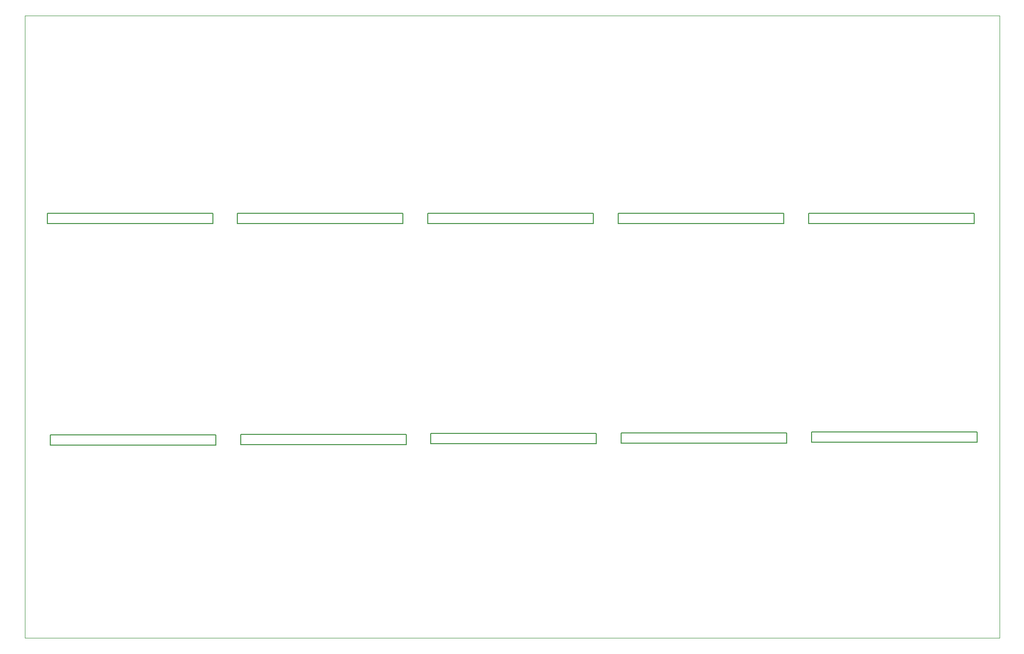
<source format=gbr>
%TF.GenerationSoftware,KiCad,Pcbnew,(5.1.6)-1*%
%TF.CreationDate,2021-10-14T08:46:51+02:00*%
%TF.ProjectId,boneIO - relay board,626f6e65-494f-4202-9d20-72656c617920,rev?*%
%TF.SameCoordinates,Original*%
%TF.FileFunction,Profile,NP*%
%FSLAX46Y46*%
G04 Gerber Fmt 4.6, Leading zero omitted, Abs format (unit mm)*
G04 Created by KiCad (PCBNEW (5.1.6)-1) date 2021-10-14 08:46:51*
%MOMM*%
%LPD*%
G01*
G04 APERTURE LIST*
%TA.AperFunction,Profile*%
%ADD10C,0.150000*%
%TD*%
%TA.AperFunction,Profile*%
%ADD11C,0.100000*%
%TD*%
G04 APERTURE END LIST*
D10*
X424030000Y-294998000D02*
X452732000Y-294998000D01*
X452732000Y-294998000D02*
X452732000Y-296776000D01*
X424030000Y-296776000D02*
X424030000Y-294998000D01*
X452732000Y-296776000D02*
X424030000Y-296776000D01*
X391010000Y-294998000D02*
X419712000Y-294998000D01*
X419712000Y-294998000D02*
X419712000Y-296776000D01*
X391010000Y-296776000D02*
X391010000Y-294998000D01*
X419712000Y-296776000D02*
X391010000Y-296776000D01*
X357990000Y-294998000D02*
X386692000Y-294998000D01*
X386692000Y-294998000D02*
X386692000Y-296776000D01*
X357990000Y-296776000D02*
X357990000Y-294998000D01*
X386692000Y-296776000D02*
X357990000Y-296776000D01*
X324970000Y-294998000D02*
X353672000Y-294998000D01*
X353672000Y-294998000D02*
X353672000Y-296776000D01*
X324970000Y-296776000D02*
X324970000Y-294998000D01*
X353672000Y-296776000D02*
X324970000Y-296776000D01*
X292077000Y-294998000D02*
X320779000Y-294998000D01*
X320779000Y-294998000D02*
X320779000Y-296776000D01*
X292077000Y-296776000D02*
X292077000Y-294998000D01*
X320779000Y-296776000D02*
X292077000Y-296776000D01*
X424538000Y-332971000D02*
X453240000Y-332971000D01*
X453240000Y-332971000D02*
X453240000Y-334749000D01*
X424538000Y-334749000D02*
X424538000Y-332971000D01*
X453240000Y-334749000D02*
X424538000Y-334749000D01*
X391518000Y-333098000D02*
X420220000Y-333098000D01*
X420220000Y-333098000D02*
X420220000Y-334876000D01*
X391518000Y-334876000D02*
X391518000Y-333098000D01*
X420220000Y-334876000D02*
X391518000Y-334876000D01*
X358498000Y-333225000D02*
X387200000Y-333225000D01*
X387200000Y-333225000D02*
X387200000Y-335003000D01*
X358498000Y-335003000D02*
X358498000Y-333225000D01*
X387200000Y-335003000D02*
X358498000Y-335003000D01*
X325605000Y-333352000D02*
X354307000Y-333352000D01*
X354307000Y-333352000D02*
X354307000Y-335130000D01*
X325605000Y-335130000D02*
X325605000Y-333352000D01*
X354307000Y-335130000D02*
X325605000Y-335130000D01*
X292585000Y-335257000D02*
X292585000Y-333479000D01*
X321287000Y-335257000D02*
X292585000Y-335257000D01*
X321287000Y-333479000D02*
X321287000Y-335257000D01*
X292585000Y-333479000D02*
X321287000Y-333479000D01*
D11*
X288140000Y-368708000D02*
X457140000Y-368708000D01*
X457140000Y-368708000D02*
X457140000Y-260708000D01*
X288140000Y-260708000D02*
X288140000Y-368708000D01*
X288140000Y-260708000D02*
X457140000Y-260708000D01*
M02*

</source>
